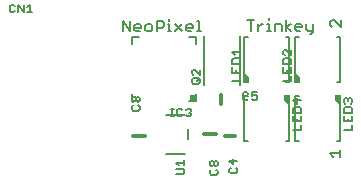
<source format=gbr>
G04 EAGLE Gerber RS-274X export*
G75*
%MOMM*%
%FSLAX34Y34*%
%LPD*%
%INSilkscreen Top*%
%IPPOS*%
%AMOC8*
5,1,8,0,0,1.08239X$1,22.5*%
G01*
%ADD10C,0.127000*%
%ADD11C,0.152400*%
%ADD12C,0.304800*%
%ADD13C,0.203200*%
%ADD14R,0.500000X0.500000*%

G36*
X195645Y4457D02*
X195645Y4457D01*
X195711Y4459D01*
X195754Y4477D01*
X195801Y4485D01*
X195858Y4519D01*
X195918Y4544D01*
X195953Y4575D01*
X195994Y4600D01*
X196036Y4651D01*
X196084Y4695D01*
X196106Y4737D01*
X196135Y4774D01*
X196156Y4836D01*
X196187Y4895D01*
X196195Y4949D01*
X196207Y4986D01*
X196206Y5026D01*
X196214Y5080D01*
X196214Y8890D01*
X196207Y8932D01*
X196209Y8974D01*
X196201Y8997D01*
X196201Y9016D01*
X196184Y9056D01*
X196175Y9111D01*
X196153Y9147D01*
X196140Y9188D01*
X196120Y9215D01*
X196116Y9224D01*
X196100Y9242D01*
X196086Y9261D01*
X196060Y9304D01*
X196044Y9317D01*
X196028Y9338D01*
X192218Y13148D01*
X192186Y13171D01*
X192164Y13195D01*
X192128Y13214D01*
X192076Y13255D01*
X192054Y13263D01*
X192034Y13277D01*
X191976Y13292D01*
X191964Y13298D01*
X191942Y13301D01*
X191864Y13327D01*
X191840Y13327D01*
X191817Y13333D01*
X191728Y13323D01*
X191639Y13321D01*
X191617Y13312D01*
X191594Y13309D01*
X191514Y13270D01*
X191432Y13236D01*
X191414Y13220D01*
X191393Y13210D01*
X191357Y13172D01*
X191356Y13171D01*
X191352Y13167D01*
X191332Y13145D01*
X191266Y13085D01*
X191255Y13064D01*
X191239Y13047D01*
X191222Y13006D01*
X191215Y12997D01*
X191202Y12961D01*
X191163Y12885D01*
X191160Y12859D01*
X191151Y12840D01*
X191150Y12806D01*
X191143Y12785D01*
X191144Y12753D01*
X191136Y12700D01*
X191136Y5080D01*
X191147Y5015D01*
X191149Y4949D01*
X191167Y4906D01*
X191175Y4859D01*
X191209Y4802D01*
X191234Y4742D01*
X191265Y4707D01*
X191290Y4666D01*
X191341Y4625D01*
X191385Y4576D01*
X191427Y4554D01*
X191464Y4525D01*
X191526Y4504D01*
X191585Y4473D01*
X191639Y4465D01*
X191676Y4453D01*
X191716Y4454D01*
X191770Y4446D01*
X195580Y4446D01*
X195645Y4457D01*
G37*
G36*
X152465Y4457D02*
X152465Y4457D01*
X152531Y4459D01*
X152574Y4477D01*
X152621Y4485D01*
X152678Y4519D01*
X152738Y4544D01*
X152773Y4575D01*
X152814Y4600D01*
X152856Y4651D01*
X152904Y4695D01*
X152926Y4737D01*
X152955Y4774D01*
X152976Y4836D01*
X153007Y4895D01*
X153015Y4949D01*
X153027Y4986D01*
X153026Y5026D01*
X153034Y5080D01*
X153034Y8890D01*
X153027Y8932D01*
X153029Y8974D01*
X153021Y8997D01*
X153021Y9016D01*
X153004Y9056D01*
X152995Y9111D01*
X152973Y9147D01*
X152960Y9188D01*
X152940Y9215D01*
X152936Y9224D01*
X152920Y9242D01*
X152906Y9261D01*
X152880Y9304D01*
X152864Y9317D01*
X152848Y9338D01*
X149038Y13148D01*
X149006Y13171D01*
X148984Y13195D01*
X148948Y13214D01*
X148896Y13255D01*
X148874Y13263D01*
X148854Y13277D01*
X148796Y13292D01*
X148784Y13298D01*
X148762Y13301D01*
X148684Y13327D01*
X148660Y13327D01*
X148637Y13333D01*
X148548Y13323D01*
X148459Y13321D01*
X148437Y13312D01*
X148414Y13309D01*
X148334Y13270D01*
X148252Y13236D01*
X148234Y13220D01*
X148213Y13210D01*
X148177Y13172D01*
X148176Y13171D01*
X148172Y13167D01*
X148152Y13145D01*
X148086Y13085D01*
X148075Y13064D01*
X148059Y13047D01*
X148042Y13006D01*
X148035Y12997D01*
X148022Y12961D01*
X147983Y12885D01*
X147980Y12859D01*
X147971Y12840D01*
X147970Y12806D01*
X147963Y12785D01*
X147964Y12753D01*
X147956Y12700D01*
X147956Y5080D01*
X147967Y5015D01*
X147969Y4949D01*
X147987Y4906D01*
X147995Y4859D01*
X148029Y4802D01*
X148054Y4742D01*
X148085Y4707D01*
X148110Y4666D01*
X148161Y4625D01*
X148205Y4576D01*
X148247Y4554D01*
X148284Y4525D01*
X148346Y4504D01*
X148405Y4473D01*
X148459Y4465D01*
X148496Y4453D01*
X148536Y4454D01*
X148590Y4446D01*
X152400Y4446D01*
X152465Y4457D01*
G37*
G36*
X186732Y-14593D02*
X186732Y-14593D01*
X186821Y-14591D01*
X186843Y-14582D01*
X186866Y-14579D01*
X186946Y-14540D01*
X187028Y-14506D01*
X187046Y-14490D01*
X187067Y-14480D01*
X187128Y-14415D01*
X187194Y-14355D01*
X187205Y-14334D01*
X187221Y-14317D01*
X187256Y-14235D01*
X187297Y-14155D01*
X187300Y-14129D01*
X187309Y-14110D01*
X187311Y-14060D01*
X187324Y-13970D01*
X187324Y-6350D01*
X187313Y-6285D01*
X187311Y-6219D01*
X187293Y-6176D01*
X187285Y-6129D01*
X187251Y-6072D01*
X187226Y-6012D01*
X187195Y-5977D01*
X187170Y-5936D01*
X187119Y-5895D01*
X187075Y-5846D01*
X187033Y-5824D01*
X186996Y-5795D01*
X186934Y-5774D01*
X186875Y-5743D01*
X186821Y-5735D01*
X186784Y-5723D01*
X186744Y-5724D01*
X186690Y-5716D01*
X182880Y-5716D01*
X182815Y-5727D01*
X182749Y-5729D01*
X182706Y-5747D01*
X182659Y-5755D01*
X182602Y-5789D01*
X182542Y-5814D01*
X182507Y-5845D01*
X182466Y-5870D01*
X182425Y-5921D01*
X182376Y-5965D01*
X182354Y-6007D01*
X182325Y-6044D01*
X182304Y-6106D01*
X182273Y-6165D01*
X182265Y-6219D01*
X182253Y-6256D01*
X182253Y-6265D01*
X182254Y-6297D01*
X182246Y-6350D01*
X182246Y-10160D01*
X182253Y-10202D01*
X182251Y-10244D01*
X182263Y-10282D01*
X182264Y-10295D01*
X182275Y-10322D01*
X182285Y-10381D01*
X182307Y-10417D01*
X182320Y-10458D01*
X182342Y-10487D01*
X182348Y-10503D01*
X182375Y-10532D01*
X182400Y-10574D01*
X182416Y-10587D01*
X182432Y-10608D01*
X186242Y-14418D01*
X186315Y-14469D01*
X186384Y-14525D01*
X186406Y-14533D01*
X186426Y-14547D01*
X186512Y-14569D01*
X186596Y-14597D01*
X186620Y-14597D01*
X186643Y-14603D01*
X186732Y-14593D01*
G37*
G36*
X229912Y-14593D02*
X229912Y-14593D01*
X230001Y-14591D01*
X230023Y-14582D01*
X230046Y-14579D01*
X230126Y-14540D01*
X230208Y-14506D01*
X230226Y-14490D01*
X230247Y-14480D01*
X230308Y-14415D01*
X230374Y-14355D01*
X230385Y-14334D01*
X230401Y-14317D01*
X230436Y-14235D01*
X230477Y-14155D01*
X230480Y-14129D01*
X230489Y-14110D01*
X230491Y-14060D01*
X230504Y-13970D01*
X230504Y-6350D01*
X230493Y-6285D01*
X230491Y-6219D01*
X230473Y-6176D01*
X230465Y-6129D01*
X230431Y-6072D01*
X230406Y-6012D01*
X230375Y-5977D01*
X230350Y-5936D01*
X230299Y-5895D01*
X230255Y-5846D01*
X230213Y-5824D01*
X230176Y-5795D01*
X230114Y-5774D01*
X230055Y-5743D01*
X230001Y-5735D01*
X229964Y-5723D01*
X229924Y-5724D01*
X229870Y-5716D01*
X226060Y-5716D01*
X225995Y-5727D01*
X225929Y-5729D01*
X225886Y-5747D01*
X225839Y-5755D01*
X225782Y-5789D01*
X225722Y-5814D01*
X225687Y-5845D01*
X225646Y-5870D01*
X225605Y-5921D01*
X225556Y-5965D01*
X225534Y-6007D01*
X225505Y-6044D01*
X225484Y-6106D01*
X225453Y-6165D01*
X225445Y-6219D01*
X225433Y-6256D01*
X225433Y-6265D01*
X225434Y-6297D01*
X225426Y-6350D01*
X225426Y-10160D01*
X225433Y-10202D01*
X225431Y-10244D01*
X225443Y-10282D01*
X225444Y-10295D01*
X225455Y-10322D01*
X225465Y-10381D01*
X225487Y-10417D01*
X225500Y-10458D01*
X225522Y-10487D01*
X225528Y-10503D01*
X225555Y-10532D01*
X225580Y-10574D01*
X225596Y-10587D01*
X225612Y-10608D01*
X229422Y-14418D01*
X229495Y-14469D01*
X229564Y-14525D01*
X229586Y-14533D01*
X229606Y-14547D01*
X229692Y-14569D01*
X229776Y-14597D01*
X229800Y-14597D01*
X229823Y-14603D01*
X229912Y-14593D01*
G37*
D10*
X46355Y48260D02*
X46355Y57158D01*
X52287Y48260D01*
X52287Y57158D01*
X57193Y48260D02*
X60159Y48260D01*
X57193Y48260D02*
X55710Y49743D01*
X55710Y52709D01*
X57193Y54192D01*
X60159Y54192D01*
X61642Y52709D01*
X61642Y51226D01*
X55710Y51226D01*
X66548Y48260D02*
X69514Y48260D01*
X70997Y49743D01*
X70997Y52709D01*
X69514Y54192D01*
X66548Y54192D01*
X65065Y52709D01*
X65065Y49743D01*
X66548Y48260D01*
X74421Y48260D02*
X74421Y57158D01*
X78869Y57158D01*
X80352Y55675D01*
X80352Y52709D01*
X78869Y51226D01*
X74421Y51226D01*
X83776Y54192D02*
X85259Y54192D01*
X85259Y48260D01*
X83776Y48260D02*
X86742Y48260D01*
X85259Y57158D02*
X85259Y58641D01*
X90013Y54192D02*
X95944Y48260D01*
X90013Y48260D02*
X95944Y54192D01*
X100851Y48260D02*
X103817Y48260D01*
X100851Y48260D02*
X99368Y49743D01*
X99368Y52709D01*
X100851Y54192D01*
X103817Y54192D01*
X105299Y52709D01*
X105299Y51226D01*
X99368Y51226D01*
X108723Y57158D02*
X110206Y57158D01*
X110206Y48260D01*
X108723Y48260D02*
X111689Y48260D01*
X154096Y48895D02*
X154096Y57793D01*
X151130Y57793D02*
X157062Y57793D01*
X160485Y54827D02*
X160485Y48895D01*
X160485Y51861D02*
X163451Y54827D01*
X164934Y54827D01*
X168281Y54827D02*
X169764Y54827D01*
X169764Y48895D01*
X168281Y48895D02*
X171247Y48895D01*
X169764Y57793D02*
X169764Y59276D01*
X174518Y54827D02*
X174518Y48895D01*
X174518Y54827D02*
X178967Y54827D01*
X180450Y53344D01*
X180450Y48895D01*
X183873Y48895D02*
X183873Y57793D01*
X183873Y51861D02*
X188322Y48895D01*
X183873Y51861D02*
X188322Y54827D01*
X193152Y48895D02*
X196118Y48895D01*
X193152Y48895D02*
X191669Y50378D01*
X191669Y53344D01*
X193152Y54827D01*
X196118Y54827D01*
X197601Y53344D01*
X197601Y51861D01*
X191669Y51861D01*
X201024Y50378D02*
X201024Y54827D01*
X201024Y50378D02*
X202507Y48895D01*
X206956Y48895D01*
X206956Y47412D02*
X206956Y54827D01*
X206956Y47412D02*
X205473Y45929D01*
X203990Y45929D01*
X220972Y-54819D02*
X223938Y-57785D01*
X220972Y-54819D02*
X229870Y-54819D01*
X229870Y-57785D02*
X229870Y-51853D01*
X230505Y52070D02*
X230505Y58002D01*
X230505Y52070D02*
X224573Y58002D01*
X223090Y58002D01*
X221607Y56519D01*
X221607Y53553D01*
X223090Y52070D01*
D11*
X-45632Y69770D02*
X-46733Y70872D01*
X-48936Y70872D01*
X-50038Y69770D01*
X-50038Y65364D01*
X-48936Y64262D01*
X-46733Y64262D01*
X-45632Y65364D01*
X-42554Y64262D02*
X-42554Y70872D01*
X-38147Y64262D01*
X-38147Y70872D01*
X-35070Y68668D02*
X-32867Y70872D01*
X-32867Y64262D01*
X-35070Y64262D02*
X-30663Y64262D01*
D12*
X114935Y-38735D02*
X125095Y-38735D01*
D11*
X120603Y-68855D02*
X119501Y-69957D01*
X119501Y-72160D01*
X120603Y-73261D01*
X125009Y-73261D01*
X126111Y-72160D01*
X126111Y-69957D01*
X125009Y-68855D01*
X120603Y-65777D02*
X119501Y-64676D01*
X119501Y-62472D01*
X120603Y-61371D01*
X121705Y-61371D01*
X122806Y-62472D01*
X123908Y-61371D01*
X125009Y-61371D01*
X126111Y-62472D01*
X126111Y-64676D01*
X125009Y-65777D01*
X123908Y-65777D01*
X122806Y-64676D01*
X121705Y-65777D01*
X120603Y-65777D01*
X122806Y-64676D02*
X122806Y-62472D01*
D12*
X64770Y-40005D02*
X54610Y-40005D01*
D11*
X53588Y-15618D02*
X54690Y-14517D01*
X53588Y-15618D02*
X53588Y-17821D01*
X54690Y-18923D01*
X59096Y-18923D01*
X60198Y-17821D01*
X60198Y-15618D01*
X59096Y-14517D01*
X54690Y-11439D02*
X53588Y-10337D01*
X53588Y-8134D01*
X54690Y-7032D01*
X55792Y-7032D01*
X56893Y-8134D01*
X56893Y-9236D01*
X56893Y-8134D02*
X57995Y-7032D01*
X59096Y-7032D01*
X60198Y-8134D01*
X60198Y-10337D01*
X59096Y-11439D01*
D13*
X114286Y2495D02*
X114286Y44495D01*
X144794Y44495D02*
X144794Y2495D01*
D11*
X109896Y3937D02*
X105490Y3937D01*
X104388Y5039D01*
X104388Y7242D01*
X105490Y8343D01*
X109896Y8343D01*
X110998Y7242D01*
X110998Y5039D01*
X109896Y3937D01*
X108795Y6140D02*
X110998Y8343D01*
X110998Y11421D02*
X110998Y15828D01*
X106592Y15828D02*
X110998Y11421D01*
X106592Y15828D02*
X105490Y15828D01*
X104388Y14726D01*
X104388Y12523D01*
X105490Y11421D01*
D10*
X107645Y-10490D02*
X101645Y-10490D01*
X107645Y-10490D02*
X107645Y-4490D01*
X59645Y-10490D02*
X53645Y-10490D01*
X53645Y-4490D01*
X107645Y37510D02*
X107645Y43510D01*
X101645Y43510D01*
X53645Y43510D02*
X53645Y37510D01*
X53645Y43510D02*
X59645Y43510D01*
D14*
X105145Y-7990D03*
D11*
X89052Y-23836D02*
X86849Y-23836D01*
X87951Y-23836D02*
X87951Y-17226D01*
X89052Y-17226D02*
X86849Y-17226D01*
X95144Y-17226D02*
X96245Y-18328D01*
X95144Y-17226D02*
X92940Y-17226D01*
X91839Y-18328D01*
X91839Y-22734D01*
X92940Y-23836D01*
X95144Y-23836D01*
X96245Y-22734D01*
X99323Y-18328D02*
X100424Y-17226D01*
X102628Y-17226D01*
X103729Y-18328D01*
X103729Y-19430D01*
X102628Y-20531D01*
X101526Y-20531D01*
X102628Y-20531D02*
X103729Y-21633D01*
X103729Y-22734D01*
X102628Y-23836D01*
X100424Y-23836D01*
X99323Y-22734D01*
D12*
X132525Y-40005D02*
X140525Y-40005D01*
D11*
X137113Y-67585D02*
X136011Y-68687D01*
X136011Y-70890D01*
X137113Y-71991D01*
X141519Y-71991D01*
X142621Y-70890D01*
X142621Y-68687D01*
X141519Y-67585D01*
X142621Y-61202D02*
X136011Y-61202D01*
X139316Y-64507D01*
X139316Y-60101D01*
D13*
X98170Y-22235D02*
X82170Y-22235D01*
X82170Y-55235D02*
X98170Y-55235D01*
X100670Y-42735D02*
X100670Y-34735D01*
D11*
X96434Y-72721D02*
X90926Y-72721D01*
X96434Y-72721D02*
X97536Y-71620D01*
X97536Y-69417D01*
X96434Y-68315D01*
X90926Y-68315D01*
X93130Y-65237D02*
X90926Y-63034D01*
X97536Y-63034D01*
X97536Y-65237D02*
X97536Y-60831D01*
D12*
X128905Y-13525D02*
X128905Y-5525D01*
D11*
X150752Y-3423D02*
X151853Y-4525D01*
X150752Y-3423D02*
X148549Y-3423D01*
X147447Y-4525D01*
X147447Y-8931D01*
X148549Y-10033D01*
X150752Y-10033D01*
X151853Y-8931D01*
X154931Y-3423D02*
X159338Y-3423D01*
X154931Y-3423D02*
X154931Y-6728D01*
X157134Y-5627D01*
X158236Y-5627D01*
X159338Y-6728D01*
X159338Y-8931D01*
X158236Y-10033D01*
X156033Y-10033D01*
X154931Y-8931D01*
D10*
X151640Y5130D02*
X148640Y5130D01*
X148640Y43130D01*
X151640Y43130D01*
X183640Y5130D02*
X186640Y5130D01*
X186640Y43130D01*
X183640Y43130D01*
D11*
X145288Y5842D02*
X138678Y5842D01*
X145288Y5842D02*
X145288Y10248D01*
X138678Y13326D02*
X138678Y17733D01*
X138678Y13326D02*
X145288Y13326D01*
X145288Y17733D01*
X141983Y15529D02*
X141983Y13326D01*
X138678Y20810D02*
X145288Y20810D01*
X145288Y24115D01*
X144186Y25217D01*
X139780Y25217D01*
X138678Y24115D01*
X138678Y20810D01*
X140882Y28294D02*
X138678Y30498D01*
X145288Y30498D01*
X145288Y32701D02*
X145288Y28294D01*
D10*
X191820Y5130D02*
X194820Y5130D01*
X191820Y5130D02*
X191820Y43130D01*
X194820Y43130D01*
X226820Y5130D02*
X229820Y5130D01*
X229820Y43130D01*
X226820Y43130D01*
D11*
X188468Y5842D02*
X181858Y5842D01*
X188468Y5842D02*
X188468Y10248D01*
X181858Y13326D02*
X181858Y17733D01*
X181858Y13326D02*
X188468Y13326D01*
X188468Y17733D01*
X185163Y15529D02*
X185163Y13326D01*
X181858Y20810D02*
X188468Y20810D01*
X188468Y24115D01*
X187366Y25217D01*
X182960Y25217D01*
X181858Y24115D01*
X181858Y20810D01*
X188468Y28294D02*
X188468Y32701D01*
X184062Y32701D02*
X188468Y28294D01*
X184062Y32701D02*
X182960Y32701D01*
X181858Y31599D01*
X181858Y29396D01*
X182960Y28294D01*
D10*
X226820Y-6400D02*
X229820Y-6400D01*
X229820Y-44400D01*
X226820Y-44400D01*
X194820Y-6400D02*
X191820Y-6400D01*
X191820Y-44400D01*
X194820Y-44400D01*
D11*
X233166Y-35525D02*
X239776Y-35525D01*
X239776Y-31118D01*
X233166Y-28040D02*
X233166Y-23634D01*
X233166Y-28040D02*
X239776Y-28040D01*
X239776Y-23634D01*
X236471Y-25837D02*
X236471Y-28040D01*
X233166Y-20556D02*
X239776Y-20556D01*
X239776Y-17252D01*
X238674Y-16150D01*
X234268Y-16150D01*
X233166Y-17252D01*
X233166Y-20556D01*
X234268Y-13072D02*
X233166Y-11971D01*
X233166Y-9767D01*
X234268Y-8666D01*
X235370Y-8666D01*
X236471Y-9767D01*
X236471Y-10869D01*
X236471Y-9767D02*
X237573Y-8666D01*
X238674Y-8666D01*
X239776Y-9767D01*
X239776Y-11971D01*
X238674Y-13072D01*
D10*
X186640Y-6400D02*
X183640Y-6400D01*
X186640Y-6400D02*
X186640Y-44400D01*
X183640Y-44400D01*
X151640Y-6400D02*
X148640Y-6400D01*
X148640Y-44400D01*
X151640Y-44400D01*
D11*
X189986Y-35525D02*
X196596Y-35525D01*
X196596Y-31118D01*
X189986Y-28040D02*
X189986Y-23634D01*
X189986Y-28040D02*
X196596Y-28040D01*
X196596Y-23634D01*
X193291Y-25837D02*
X193291Y-28040D01*
X189986Y-20556D02*
X196596Y-20556D01*
X196596Y-17252D01*
X195494Y-16150D01*
X191088Y-16150D01*
X189986Y-17252D01*
X189986Y-20556D01*
X189986Y-9767D02*
X196596Y-9767D01*
X193291Y-13072D02*
X189986Y-9767D01*
X193291Y-8666D02*
X193291Y-13072D01*
M02*

</source>
